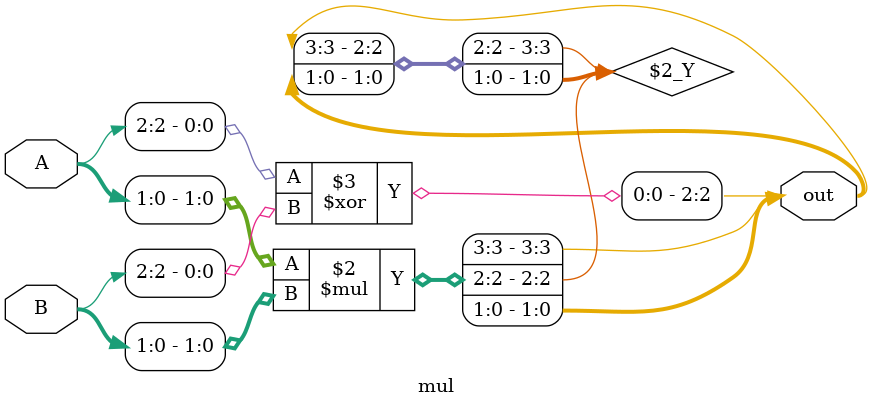
<source format=v>
module mul(input [2:0] A,B, output reg [3:0] out);


always @(*) begin
    out[3:0] = A[1:0] * B[1:0];
    out [2] = A[2] ^ B[2];
end
endmodule
</source>
